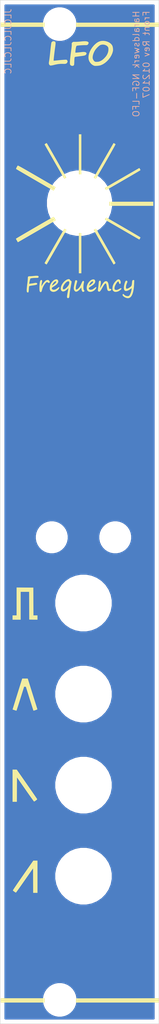
<source format=kicad_pcb>
(kicad_pcb (version 20171130) (host pcbnew "(5.1.10)-1")

  (general
    (thickness 1.6)
    (drawings 6)
    (tracks 0)
    (zones 0)
    (modules 10)
    (nets 1)
  )

  (page A4)
  (layers
    (0 F.Cu signal)
    (31 B.Cu signal)
    (32 B.Adhes user)
    (33 F.Adhes user)
    (34 B.Paste user)
    (35 F.Paste user)
    (36 B.SilkS user)
    (37 F.SilkS user)
    (38 B.Mask user)
    (39 F.Mask user)
    (40 Dwgs.User user hide)
    (41 Cmts.User user)
    (42 Eco1.User user)
    (43 Eco2.User user)
    (44 Edge.Cuts user)
    (45 Margin user)
    (46 B.CrtYd user)
    (47 F.CrtYd user)
    (48 B.Fab user)
    (49 F.Fab user)
  )

  (setup
    (last_trace_width 0.25)
    (trace_clearance 0.2)
    (zone_clearance 0.508)
    (zone_45_only no)
    (trace_min 0.2)
    (via_size 0.8)
    (via_drill 0.4)
    (via_min_size 0.4)
    (via_min_drill 0.3)
    (uvia_size 0.3)
    (uvia_drill 0.1)
    (uvias_allowed no)
    (uvia_min_size 0.2)
    (uvia_min_drill 0.1)
    (edge_width 0.05)
    (segment_width 0.2)
    (pcb_text_width 0.3)
    (pcb_text_size 1.5 1.5)
    (mod_edge_width 0.12)
    (mod_text_size 1 1)
    (mod_text_width 0.15)
    (pad_size 1.524 1.524)
    (pad_drill 0.762)
    (pad_to_mask_clearance 0)
    (aux_axis_origin 0 0)
    (visible_elements 7EFFFFFF)
    (pcbplotparams
      (layerselection 0x010f0_ffffffff)
      (usegerberextensions false)
      (usegerberattributes false)
      (usegerberadvancedattributes true)
      (creategerberjobfile false)
      (excludeedgelayer true)
      (linewidth 0.100000)
      (plotframeref false)
      (viasonmask false)
      (mode 1)
      (useauxorigin false)
      (hpglpennumber 1)
      (hpglpenspeed 20)
      (hpglpendiameter 15.000000)
      (psnegative false)
      (psa4output false)
      (plotreference true)
      (plotvalue true)
      (plotinvisibletext false)
      (padsonsilk false)
      (subtractmaskfromsilk false)
      (outputformat 1)
      (mirror false)
      (drillshape 0)
      (scaleselection 1)
      (outputdirectory "Gerber/"))
  )

  (net 0 "")

  (net_class Default "This is the default net class."
    (clearance 0.2)
    (trace_width 0.25)
    (via_dia 0.8)
    (via_drill 0.4)
    (uvia_dia 0.3)
    (uvia_drill 0.1)
  )

  (module "Haraldswerk NGF-E LFO Front:Bohrung_6.1mm" (layer F.Cu) (tedit 60E3EDE5) (tstamp 60F0329B)
    (at 10.5 109.97)
    (fp_text reference "" (at 0 0) (layer F.SilkS)
      (effects (font (size 1.27 1.27) (thickness 0.15)))
    )
    (fp_text value "" (at 0 0) (layer F.SilkS)
      (effects (font (size 1.27 1.27) (thickness 0.15)))
    )
    (pad "" np_thru_hole circle (at 0 0) (size 6.1 6.1) (drill 6.1) (layers *.Cu *.Mask))
  )

  (module "Haraldswerk NGF-E LFO Front:Bohrung_6.1mm" (layer F.Cu) (tedit 60E3EDE5) (tstamp 60F03282)
    (at 10.5 98.54)
    (fp_text reference "" (at 0 0) (layer F.SilkS)
      (effects (font (size 1.27 1.27) (thickness 0.15)))
    )
    (fp_text value "" (at 0 0) (layer F.SilkS)
      (effects (font (size 1.27 1.27) (thickness 0.15)))
    )
    (pad "" np_thru_hole circle (at 0 0) (size 6.1 6.1) (drill 6.1) (layers *.Cu *.Mask))
  )

  (module "Haraldswerk NGF-E LFO Front:Bohrung_6.1mm" (layer F.Cu) (tedit 60E3EDE5) (tstamp 60F03269)
    (at 10.5 87.11)
    (fp_text reference "" (at 0 0) (layer F.SilkS)
      (effects (font (size 1.27 1.27) (thickness 0.15)))
    )
    (fp_text value "" (at 0 0) (layer F.SilkS)
      (effects (font (size 1.27 1.27) (thickness 0.15)))
    )
    (pad "" np_thru_hole circle (at 0 0) (size 6.1 6.1) (drill 6.1) (layers *.Cu *.Mask))
  )

  (module "Haraldswerk NGF-E LFO Front:Bohrung_6.1mm" (layer F.Cu) (tedit 60E3EDE5) (tstamp 60F031EB)
    (at 10.5 75.68)
    (fp_text reference "" (at 0 0) (layer F.SilkS)
      (effects (font (size 1.27 1.27) (thickness 0.15)))
    )
    (fp_text value "" (at 0 0) (layer F.SilkS)
      (effects (font (size 1.27 1.27) (thickness 0.15)))
    )
    (pad "" np_thru_hole circle (at 0 0) (size 6.1 6.1) (drill 6.1) (layers *.Cu *.Mask))
  )

  (module "Haraldswerk NGF-E LFO Front:Bohrung_3.0mm" (layer F.Cu) (tedit 60E3EDE5) (tstamp 60F0322F)
    (at 14.5 67.425)
    (fp_text reference "" (at 0 0) (layer F.SilkS)
      (effects (font (size 1.27 1.27) (thickness 0.15)))
    )
    (fp_text value "" (at 0 0) (layer F.SilkS)
      (effects (font (size 1.27 1.27) (thickness 0.15)))
    )
    (pad "" np_thru_hole circle (at 0 0) (size 3 3) (drill 3) (layers *.Cu *.Mask))
  )

  (module "Haraldswerk NGF-E LFO Front:Bohrung_3.0mm" (layer F.Cu) (tedit 60E3EDE5) (tstamp 60F03208)
    (at 6.5 67.425)
    (fp_text reference "" (at 0 0) (layer F.SilkS)
      (effects (font (size 1.27 1.27) (thickness 0.15)))
    )
    (fp_text value "" (at 0 0) (layer F.SilkS)
      (effects (font (size 1.27 1.27) (thickness 0.15)))
    )
    (pad "" np_thru_hole circle (at 0 0) (size 3 3) (drill 3) (layers *.Cu *.Mask))
  )

  (module "Haraldswerk NGF-E LFO Front:Bohrung_7.2mm" (layer F.Cu) (tedit 60E3EDE5) (tstamp 60F031BB)
    (at 10 25.475)
    (fp_text reference "" (at 0 0) (layer F.SilkS)
      (effects (font (size 1.27 1.27) (thickness 0.15)))
    )
    (fp_text value "" (at 0 0) (layer F.SilkS)
      (effects (font (size 1.27 1.27) (thickness 0.15)))
    )
    (pad "" np_thru_hole circle (at 0 0) (size 7.2 7.2) (drill 7.2) (layers *.Cu *.Mask))
  )

  (module "Haraldswerk NGF-E LFO Front:Bohrung_3.2mm" (layer F.Cu) (tedit 60E3EDE5) (tstamp 60F0317F)
    (at 7.5 125.5)
    (fp_text reference "" (at 0 0) (layer F.SilkS)
      (effects (font (size 1.27 1.27) (thickness 0.15)))
    )
    (fp_text value "" (at 0 0) (layer F.SilkS)
      (effects (font (size 1.27 1.27) (thickness 0.15)))
    )
    (pad "" np_thru_hole circle (at 0 0) (size 3.2 3.2) (drill 3.2) (layers *.Cu *.Mask))
  )

  (module "Haraldswerk NGF-E LFO Front:Bohrung_3.2mm" (layer F.Cu) (tedit 60E3EDE5) (tstamp 60F03131)
    (at 7.5 3)
    (fp_text reference "" (at 0 0) (layer F.SilkS)
      (effects (font (size 1.27 1.27) (thickness 0.15)))
    )
    (fp_text value "" (at 0 0) (layer F.SilkS)
      (effects (font (size 1.27 1.27) (thickness 0.15)))
    )
    (pad "" np_thru_hole circle (at 0 0) (size 3.2 3.2) (drill 3.2) (layers *.Cu *.Mask))
  )

  (module Front:Front (layer F.Cu) (tedit 0) (tstamp 60F03024)
    (at 10 64.25)
    (fp_text reference G*** (at 0 0) (layer Dwgs.User) hide
      (effects (font (size 1.524 1.524) (thickness 0.3)))
    )
    (fp_text value LOGO (at 0.75 0) (layer Dwgs.User) hide
      (effects (font (size 1.524 1.524) (thickness 0.3)))
    )
    (fp_poly (pts (xy 10.018889 -60.903555) (xy -0.453674 -60.903555) (xy -0.445559 -61.164611) (xy -0.437444 -61.425666)
      (xy 4.790722 -61.432797) (xy 10.018889 -61.439927) (xy 10.018889 -60.903555)) (layer F.SilkS) (width 0.01))
    (fp_poly (pts (xy -4.402666 -60.903555) (xy -9.934222 -60.903555) (xy -9.934222 -61.439777) (xy -4.402666 -61.439777)
      (xy -4.402666 -60.903555)) (layer F.SilkS) (width 0.01))
    (fp_poly (pts (xy -3.155541 -59.074394) (xy -3.08905 -59.02806) (xy -3.059476 -58.994451) (xy -3.038646 -58.956453)
      (xy -3.026557 -58.906462) (xy -3.023205 -58.836879) (xy -3.028586 -58.740102) (xy -3.042698 -58.608528)
      (xy -3.065535 -58.434556) (xy -3.088682 -58.269606) (xy -3.116275 -58.069621) (xy -3.143941 -57.858339)
      (xy -3.170853 -57.64321) (xy -3.196181 -57.431685) (xy -3.219095 -57.231217) (xy -3.238767 -57.049256)
      (xy -3.254368 -56.893253) (xy -3.265067 -56.770659) (xy -3.270037 -56.688927) (xy -3.268448 -56.655506)
      (xy -3.268313 -56.65535) (xy -3.236567 -56.653038) (xy -3.1595 -56.656623) (xy -3.047842 -56.665365)
      (xy -2.912323 -56.678523) (xy -2.875896 -56.682425) (xy -2.597021 -56.711644) (xy -2.343328 -56.735842)
      (xy -2.120058 -56.754648) (xy -1.932455 -56.767691) (xy -1.785762 -56.774602) (xy -1.685222 -56.775011)
      (xy -1.639232 -56.769744) (xy -1.584853 -56.730144) (xy -1.537993 -56.659723) (xy -1.534248 -56.651219)
      (xy -1.510233 -56.580835) (xy -1.512517 -56.5247) (xy -1.54257 -56.452012) (xy -1.54388 -56.449327)
      (xy -1.600817 -56.360537) (xy -1.675649 -56.301174) (xy -1.777883 -56.267802) (xy -1.917026 -56.256984)
      (xy -2.061259 -56.262254) (xy -2.375205 -56.264306) (xy -2.711995 -56.23222) (xy -3.051327 -56.168245)
      (xy -3.160889 -56.140387) (xy -3.295805 -56.106627) (xy -3.428617 -56.078337) (xy -3.53796 -56.059891)
      (xy -3.572679 -56.056056) (xy -3.661294 -56.052379) (xy -3.717008 -56.064728) (xy -3.762811 -56.101277)
      (xy -3.791401 -56.133813) (xy -3.837708 -56.204001) (xy -3.861472 -56.284996) (xy -3.863588 -56.388794)
      (xy -3.844949 -56.52739) (xy -3.827432 -56.616811) (xy -3.815461 -56.688291) (xy -3.798873 -56.808126)
      (xy -3.778602 -56.968503) (xy -3.755583 -57.161607) (xy -3.73075 -57.379624) (xy -3.705038 -57.614738)
      (xy -3.682345 -57.830356) (xy -3.654852 -58.088428) (xy -3.628158 -58.32354) (xy -3.603028 -58.529834)
      (xy -3.580229 -58.701454) (xy -3.560527 -58.83254) (xy -3.544687 -58.917236) (xy -3.536552 -58.945256)
      (xy -3.469497 -59.031854) (xy -3.372403 -59.084322) (xy -3.26213 -59.099542) (xy -3.155541 -59.074394)) (layer F.SilkS) (width 0.01))
    (fp_poly (pts (xy 3.2152 -59.121305) (xy 3.448806 -59.062984) (xy 3.66599 -58.973134) (xy 3.857285 -58.855659)
      (xy 4.013227 -58.71446) (xy 4.122999 -58.556104) (xy 4.168009 -58.433499) (xy 4.20071 -58.277363)
      (xy 4.218315 -58.109804) (xy 4.218038 -57.952926) (xy 4.208699 -57.876156) (xy 4.13297 -57.599965)
      (xy 4.011538 -57.324257) (xy 3.851121 -57.056535) (xy 3.658437 -56.804301) (xy 3.440203 -56.575058)
      (xy 3.203138 -56.37631) (xy 2.953959 -56.21556) (xy 2.699384 -56.10031) (xy 2.588111 -56.066135)
      (xy 2.47078 -56.042353) (xy 2.329312 -56.023666) (xy 2.180674 -56.011228) (xy 2.041829 -56.006192)
      (xy 1.929744 -56.009712) (xy 1.876778 -56.017758) (xy 1.69142 -56.093261) (xy 1.517059 -56.217582)
      (xy 1.362098 -56.383153) (xy 1.234943 -56.582406) (xy 1.222684 -56.606729) (xy 1.152949 -56.810495)
      (xy 1.131539 -57.008845) (xy 1.647027 -57.008845) (xy 1.653273 -56.957377) (xy 1.695813 -56.822399)
      (xy 1.769067 -56.692088) (xy 1.859777 -56.588083) (xy 1.897254 -56.559171) (xy 1.952193 -56.528236)
      (xy 2.010953 -56.511149) (xy 2.090468 -56.505257) (xy 2.207674 -56.507907) (xy 2.220763 -56.508479)
      (xy 2.349152 -56.517706) (xy 2.450889 -56.536375) (xy 2.551128 -56.571097) (xy 2.672319 -56.627153)
      (xy 2.80643 -56.701039) (xy 2.929179 -56.7884) (xy 3.05853 -56.902717) (xy 3.121049 -56.963914)
      (xy 3.273429 -57.125975) (xy 3.38928 -57.274428) (xy 3.479665 -57.426016) (xy 3.555647 -57.597478)
      (xy 3.576498 -57.653118) (xy 3.619355 -57.807595) (xy 3.643284 -57.972884) (xy 3.647641 -58.132439)
      (xy 3.631786 -58.269712) (xy 3.603665 -58.353246) (xy 3.510625 -58.475272) (xy 3.377501 -58.572387)
      (xy 3.21631 -58.641396) (xy 3.039066 -58.679103) (xy 2.857787 -58.682313) (xy 2.684488 -58.64783)
      (xy 2.609231 -58.617701) (xy 2.50507 -58.552843) (xy 2.381433 -58.452562) (xy 2.250124 -58.328416)
      (xy 2.122952 -58.191965) (xy 2.011721 -58.054767) (xy 1.962519 -57.984556) (xy 1.850011 -57.788496)
      (xy 1.758448 -57.580404) (xy 1.691589 -57.372773) (xy 1.653196 -57.17809) (xy 1.647027 -57.008845)
      (xy 1.131539 -57.008845) (xy 1.12829 -57.038941) (xy 1.146672 -57.285657) (xy 1.206057 -57.544237)
      (xy 1.304411 -57.808272) (xy 1.439695 -58.071355) (xy 1.609875 -58.327078) (xy 1.812914 -58.569033)
      (xy 1.862667 -58.620667) (xy 2.070885 -58.812618) (xy 2.270502 -58.955976) (xy 2.470316 -59.055844)
      (xy 2.679122 -59.117326) (xy 2.736579 -59.127751) (xy 2.974636 -59.144195) (xy 3.2152 -59.121305)) (layer F.SilkS) (width 0.01))
    (fp_poly (pts (xy 0.788086 -59.092603) (xy 0.928198 -59.072282) (xy 1.013644 -59.042091) (xy 1.102088 -58.985355)
      (xy 1.140233 -58.92466) (xy 1.133593 -58.847605) (xy 1.118393 -58.806478) (xy 1.073019 -58.716984)
      (xy 1.019285 -58.6583) (xy 0.945226 -58.62492) (xy 0.83888 -58.611337) (xy 0.695504 -58.611804)
      (xy 0.55173 -58.612076) (xy 0.374014 -58.605911) (xy 0.180668 -58.594565) (xy -0.009997 -58.579295)
      (xy -0.179668 -58.561357) (xy -0.303219 -58.543265) (xy -0.360338 -58.526552) (xy -0.396381 -58.491974)
      (xy -0.424964 -58.423613) (xy -0.435912 -58.388135) (xy -0.457857 -58.298701) (xy -0.479686 -58.18352)
      (xy -0.499766 -58.055501) (xy -0.51646 -57.927553) (xy -0.528135 -57.812586) (xy -0.533156 -57.723508)
      (xy -0.529888 -57.673229) (xy -0.527134 -57.667726) (xy -0.500019 -57.662045) (xy -0.434064 -57.662744)
      (xy -0.326014 -57.670101) (xy -0.172614 -57.684396) (xy 0.029389 -57.705908) (xy 0.283249 -57.734914)
      (xy 0.352669 -57.743071) (xy 0.531791 -57.752332) (xy 0.67812 -57.736097) (xy 0.787418 -57.697067)
      (xy 0.855449 -57.637941) (xy 0.877975 -57.56142) (xy 0.850759 -57.470205) (xy 0.830843 -57.43834)
      (xy 0.78191 -57.384274) (xy 0.714382 -57.34185) (xy 0.619142 -57.307951) (xy 0.487074 -57.279462)
      (xy 0.309062 -57.253269) (xy 0.277798 -57.249341) (xy 0.022835 -57.217579) (xy -0.180517 -57.191637)
      (xy -0.336724 -57.170902) (xy -0.450253 -57.154762) (xy -0.525568 -57.142607) (xy -0.567136 -57.133824)
      (xy -0.568694 -57.133379) (xy -0.596205 -57.11832) (xy -0.617273 -57.086506) (xy -0.633084 -57.030673)
      (xy -0.644821 -56.943556) (xy -0.653668 -56.817891) (xy -0.660809 -56.646414) (xy -0.66387 -56.549369)
      (xy -0.66979 -56.379864) (xy -0.676742 -56.257734) (xy -0.685914 -56.173911) (xy -0.698496 -56.119325)
      (xy -0.715676 -56.084907) (xy -0.726401 -56.072389) (xy -0.815309 -56.020187) (xy -0.926619 -56.006818)
      (xy -1.035036 -56.032968) (xy -1.107317 -56.071585) (xy -1.158055 -56.118621) (xy -1.190214 -56.183618)
      (xy -1.206758 -56.276117) (xy -1.210652 -56.405659) (xy -1.204945 -56.579951) (xy -1.196174 -56.705999)
      (xy -1.180248 -56.876038) (xy -1.158496 -57.078255) (xy -1.132246 -57.300839) (xy -1.102829 -57.531977)
      (xy -1.074536 -57.73901) (xy -1.035074 -58.026898) (xy -1.005768 -58.262159) (xy -0.98633 -58.447636)
      (xy -0.976472 -58.586173) (xy -0.975905 -58.680614) (xy -0.977271 -58.698566) (xy -0.984261 -58.791677)
      (xy -0.977161 -58.850345) (xy -0.949668 -58.896028) (xy -0.90642 -58.939864) (xy -0.863967 -58.977703)
      (xy -0.824183 -59.001462) (xy -0.773207 -59.014089) (xy -0.697177 -59.018536) (xy -0.582232 -59.017751)
      (xy -0.54377 -59.017045) (xy -0.398887 -59.018679) (xy -0.223107 -59.027198) (xy -0.041356 -59.041125)
      (xy 0.084667 -59.054324) (xy 0.369241 -59.083586) (xy 0.60274 -59.096358) (xy 0.788086 -59.092603)) (layer F.SilkS) (width 0.01))
    (fp_poly (pts (xy 0.225778 -42.389777) (xy -0.084666 -42.389777) (xy -0.084666 -47.413333) (xy 0.225778 -47.413333)
      (xy 0.225778 -42.389777)) (layer F.SilkS) (width 0.01))
    (fp_poly (pts (xy 4.404811 -46.255128) (xy 4.477201 -46.211532) (xy 4.525393 -46.170177) (xy 4.533536 -46.157539)
      (xy 4.521994 -46.12802) (xy 4.484474 -46.054128) (xy 4.423432 -45.940138) (xy 4.341323 -45.79033)
      (xy 4.240605 -45.608979) (xy 4.123734 -45.400363) (xy 3.993165 -45.168758) (xy 3.851355 -44.918443)
      (xy 3.700761 -44.653693) (xy 3.543839 -44.378785) (xy 3.383045 -44.097998) (xy 3.220835 -43.815607)
      (xy 3.059666 -43.53589) (xy 2.901994 -43.263124) (xy 2.750276 -43.001586) (xy 2.606967 -42.755553)
      (xy 2.474523 -42.529302) (xy 2.355402 -42.32711) (xy 2.25206 -42.153254) (xy 2.166952 -42.012011)
      (xy 2.102536 -41.907658) (xy 2.061267 -41.844472) (xy 2.046111 -41.826316) (xy 2.007117 -41.839594)
      (xy 1.939429 -41.873898) (xy 1.89745 -41.89805) (xy 1.830672 -41.942805) (xy 1.792403 -41.977834)
      (xy 1.78853 -41.989505) (xy 1.804059 -42.016318) (xy 1.845723 -42.088439) (xy 1.911455 -42.202283)
      (xy 1.999185 -42.354265) (xy 2.106845 -42.540802) (xy 2.232365 -42.758307) (xy 2.373677 -43.003197)
      (xy 2.528713 -43.271886) (xy 2.695404 -43.56079) (xy 2.87168 -43.866325) (xy 3.004889 -44.097222)
      (xy 3.187619 -44.413882) (xy 3.362865 -44.717415) (xy 3.528492 -45.004133) (xy 3.682367 -45.27035)
      (xy 3.822354 -45.512378) (xy 3.94632 -45.726529) (xy 4.052131 -45.909117) (xy 4.137652 -46.056454)
      (xy 4.20075 -46.164852) (xy 4.239289 -46.230625) (xy 4.250523 -46.249348) (xy 4.291317 -46.313029)
      (xy 4.404811 -46.255128)) (layer F.SilkS) (width 0.01))
    (fp_poly (pts (xy -4.136055 -46.30904) (xy -4.115406 -46.277872) (xy -4.069774 -46.202522) (xy -4.001597 -46.087252)
      (xy -3.913307 -45.936323) (xy -3.807343 -45.754001) (xy -3.686137 -45.544546) (xy -3.552127 -45.312222)
      (xy -3.407747 -45.061292) (xy -3.255432 -44.796018) (xy -3.097619 -44.520663) (xy -2.936742 -44.239491)
      (xy -2.775237 -43.956763) (xy -2.61554 -43.676743) (xy -2.460085 -43.403693) (xy -2.311308 -43.141877)
      (xy -2.171645 -42.895557) (xy -2.04353 -42.668995) (xy -1.9294 -42.466455) (xy -1.831689 -42.292199)
      (xy -1.752834 -42.150491) (xy -1.695269 -42.045592) (xy -1.661429 -41.981766) (xy -1.653114 -41.963023)
      (xy -1.684952 -41.937317) (xy -1.747098 -41.899325) (xy -1.818673 -41.860543) (xy -1.878795 -41.832466)
      (xy -1.903225 -41.825333) (xy -1.927251 -41.846409) (xy -1.957573 -41.888833) (xy -1.98842 -41.940068)
      (xy -2.04339 -42.033534) (xy -2.120011 -42.164927) (xy -2.21581 -42.329944) (xy -2.328317 -42.524282)
      (xy -2.45506 -42.743639) (xy -2.593567 -42.983711) (xy -2.741367 -43.240196) (xy -2.895988 -43.508789)
      (xy -3.054959 -43.785189) (xy -3.215808 -44.065092) (xy -3.376063 -44.344195) (xy -3.533254 -44.618195)
      (xy -3.684908 -44.88279) (xy -3.828554 -45.133675) (xy -3.96172 -45.366549) (xy -4.081935 -45.577108)
      (xy -4.186727 -45.761049) (xy -4.273624 -45.914069) (xy -4.340156 -46.031864) (xy -4.38385 -46.110133)
      (xy -4.402235 -46.144572) (xy -4.402666 -46.145772) (xy -4.381102 -46.170564) (xy -4.327758 -46.209727)
      (xy -4.259659 -46.252837) (xy -4.193827 -46.289468) (xy -4.147286 -46.309196) (xy -4.136055 -46.30904)) (layer F.SilkS) (width 0.01))
    (fp_poly (pts (xy 7.555521 -43.157411) (xy 7.593343 -43.099615) (xy 7.61971 -43.053531) (xy 7.661244 -42.963816)
      (xy 7.666872 -42.910303) (xy 7.659245 -42.897511) (xy 7.630461 -42.878811) (xy 7.557284 -42.834677)
      (xy 7.444 -42.767585) (xy 7.294898 -42.680007) (xy 7.114263 -42.574421) (xy 6.906383 -42.453298)
      (xy 6.675544 -42.319116) (xy 6.426034 -42.174347) (xy 6.162139 -42.021466) (xy 5.888146 -41.862949)
      (xy 5.608343 -41.701269) (xy 5.327016 -41.538902) (xy 5.048452 -41.378321) (xy 4.776938 -41.222002)
      (xy 4.516761 -41.072418) (xy 4.272208 -40.932045) (xy 4.047565 -40.803357) (xy 3.847121 -40.688829)
      (xy 3.675161 -40.590935) (xy 3.535973 -40.51215) (xy 3.433843 -40.454948) (xy 3.373059 -40.421805)
      (xy 3.357221 -40.414222) (xy 3.332201 -40.436809) (xy 3.291731 -40.494819) (xy 3.261668 -40.545514)
      (xy 3.222127 -40.619723) (xy 3.19875 -40.670451) (xy 3.195755 -40.683803) (xy 3.222426 -40.700185)
      (xy 3.293623 -40.742096) (xy 3.405088 -40.807087) (xy 3.552564 -40.892707) (xy 3.731792 -40.996505)
      (xy 3.938514 -41.116031) (xy 4.168472 -41.248835) (xy 4.417409 -41.392466) (xy 4.681066 -41.544474)
      (xy 4.955185 -41.702408) (xy 5.235508 -41.863819) (xy 5.517778 -42.026255) (xy 5.797735 -42.187267)
      (xy 6.071123 -42.344404) (xy 6.333682 -42.495215) (xy 6.581156 -42.63725) (xy 6.809286 -42.76806)
      (xy 7.013814 -42.885192) (xy 7.190482 -42.986198) (xy 7.335032 -43.068626) (xy 7.443205 -43.130027)
      (xy 7.510745 -43.167949) (xy 7.533372 -43.18) (xy 7.555521 -43.157411)) (layer F.SilkS) (width 0.01))
    (fp_poly (pts (xy -7.745759 -43.477823) (xy -7.690167 -43.453027) (xy -7.610035 -43.413094) (xy -7.502928 -43.356672)
      (xy -7.366415 -43.282413) (xy -7.19806 -43.188967) (xy -6.995432 -43.074983) (xy -6.756095 -42.939112)
      (xy -6.477617 -42.780004) (xy -6.157564 -42.596308) (xy -5.793502 -42.386676) (xy -5.414521 -42.167963)
      (xy -5.079072 -41.974187) (xy -4.757178 -41.788192) (xy -4.452243 -41.611948) (xy -4.167669 -41.447425)
      (xy -3.906861 -41.296592) (xy -3.673222 -41.161418) (xy -3.470156 -41.043873) (xy -3.301066 -40.945925)
      (xy -3.169355 -40.869545) (xy -3.078427 -40.816701) (xy -3.031687 -40.789363) (xy -3.026221 -40.786073)
      (xy -3.015163 -40.761278) (xy -3.028245 -40.710366) (xy -3.068222 -40.62555) (xy -3.110888 -40.546842)
      (xy -3.167921 -40.450035) (xy -3.217472 -40.375686) (xy -3.251726 -40.335135) (xy -3.259666 -40.33091)
      (xy -3.287622 -40.344755) (xy -3.361021 -40.384957) (xy -3.47647 -40.449579) (xy -3.630573 -40.536682)
      (xy -3.819936 -40.644326) (xy -4.041162 -40.770574) (xy -4.290857 -40.913487) (xy -4.565627 -41.071125)
      (xy -4.862075 -41.241552) (xy -5.176807 -41.422827) (xy -5.506428 -41.613013) (xy -5.626094 -41.682139)
      (xy -5.960385 -41.875429) (xy -6.280986 -42.061048) (xy -6.584494 -42.237011) (xy -6.867507 -42.401334)
      (xy -7.126621 -42.552035) (xy -7.358434 -42.687129) (xy -7.559544 -42.804633) (xy -7.726549 -42.902563)
      (xy -7.856045 -42.978935) (xy -7.94463 -43.031766) (xy -7.988902 -43.059073) (xy -7.993287 -43.06222)
      (xy -7.994042 -43.099587) (xy -7.96814 -43.173237) (xy -7.920523 -43.272678) (xy -7.85613 -43.38742)
      (xy -7.793056 -43.487402) (xy -7.779244 -43.488831) (xy -7.745759 -43.477823)) (layer F.SilkS) (width 0.01))
    (fp_poly (pts (xy 9.285111 -38.438666) (xy 3.753556 -38.438666) (xy 3.753556 -38.946666) (xy 9.285111 -38.946666)
      (xy 9.285111 -38.438666)) (layer F.SilkS) (width 0.01))
    (fp_poly (pts (xy 3.409259 -36.949597) (xy 3.486378 -36.908018) (xy 3.60307 -36.843187) (xy 3.755066 -36.757578)
      (xy 3.938098 -36.653665) (xy 4.147898 -36.533921) (xy 4.380198 -36.400821) (xy 4.630729 -36.256839)
      (xy 4.895223 -36.104448) (xy 5.169412 -35.946122) (xy 5.449028 -35.784335) (xy 5.729801 -35.621562)
      (xy 6.007464 -35.460275) (xy 6.277749 -35.302948) (xy 6.536387 -35.152056) (xy 6.779109 -35.010073)
      (xy 7.001649 -34.879472) (xy 7.199736 -34.762727) (xy 7.369104 -34.662312) (xy 7.505483 -34.580701)
      (xy 7.604605 -34.520368) (xy 7.662203 -34.483786) (xy 7.675583 -34.473444) (xy 7.664279 -34.434373)
      (xy 7.635299 -34.369879) (xy 7.598235 -34.298269) (xy 7.562679 -34.237848) (xy 7.538225 -34.206922)
      (xy 7.535382 -34.205889) (xy 7.509399 -34.219779) (xy 7.43809 -34.259931) (xy 7.324975 -34.324324)
      (xy 7.173574 -34.410933) (xy 6.987406 -34.517736) (xy 6.769993 -34.642709) (xy 6.524853 -34.78383)
      (xy 6.255506 -34.939075) (xy 5.965473 -35.106422) (xy 5.658272 -35.283846) (xy 5.376334 -35.446824)
      (xy 5.056601 -35.631664) (xy 4.750713 -35.808382) (xy 4.462215 -35.974937) (xy 4.194653 -36.129287)
      (xy 3.951571 -36.269392) (xy 3.736516 -36.393209) (xy 3.553033 -36.498698) (xy 3.404667 -36.583817)
      (xy 3.294963 -36.646525) (xy 3.227467 -36.684779) (xy 3.205824 -36.696587) (xy 3.201681 -36.723226)
      (xy 3.223815 -36.777746) (xy 3.262407 -36.844634) (xy 3.307641 -36.908377) (xy 3.349696 -36.953461)
      (xy 3.375982 -36.965451) (xy 3.409259 -36.949597)) (layer F.SilkS) (width 0.01))
    (fp_poly (pts (xy -3.23666 -37.028314) (xy -3.180318 -36.957382) (xy -3.109454 -36.841979) (xy -3.055967 -36.745268)
      (xy -3.01662 -36.669262) (xy -2.997265 -36.625496) (xy -2.996565 -36.619444) (xy -3.022449 -36.603961)
      (xy -3.093064 -36.56273) (xy -3.204361 -36.498085) (xy -3.352291 -36.412363) (xy -3.532807 -36.307897)
      (xy -3.74186 -36.187022) (xy -3.975402 -36.052072) (xy -4.229383 -35.905383) (xy -4.499757 -35.749289)
      (xy -4.782474 -35.586125) (xy -5.073486 -35.418225) (xy -5.368744 -35.247925) (xy -5.664201 -35.077558)
      (xy -5.955808 -34.90946) (xy -6.239516 -34.745965) (xy -6.511277 -34.589407) (xy -6.767042 -34.442123)
      (xy -7.002764 -34.306445) (xy -7.214394 -34.18471) (xy -7.397883 -34.079251) (xy -7.549183 -33.992403)
      (xy -7.664246 -33.926502) (xy -7.739023 -33.883881) (xy -7.769465 -33.866875) (xy -7.769949 -33.866666)
      (xy -7.786576 -33.889399) (xy -7.823899 -33.950041) (xy -7.875028 -34.037258) (xy -7.896607 -34.074949)
      (xy -7.9506 -34.172684) (xy -7.991554 -34.252222) (xy -8.012898 -34.300588) (xy -8.014519 -34.307783)
      (xy -7.990621 -34.324878) (xy -7.921807 -34.367668) (xy -7.812141 -34.4338) (xy -7.665691 -34.520922)
      (xy -7.486524 -34.626683) (xy -7.278704 -34.74873) (xy -7.0463 -34.884711) (xy -6.793376 -35.032274)
      (xy -6.524 -35.189068) (xy -6.242238 -35.35274) (xy -5.952157 -35.520939) (xy -5.657822 -35.691312)
      (xy -5.3633 -35.861508) (xy -5.072658 -36.029174) (xy -4.789962 -36.191958) (xy -4.519278 -36.34751)
      (xy -4.264673 -36.493475) (xy -4.030212 -36.627503) (xy -3.819963 -36.747242) (xy -3.637992 -36.850339)
      (xy -3.488366 -36.934443) (xy -3.375149 -36.997202) (xy -3.30241 -37.036263) (xy -3.27474 -37.049248)
      (xy -3.23666 -37.028314)) (layer F.SilkS) (width 0.01))
    (fp_poly (pts (xy 2.069459 -35.55935) (xy 2.090122 -35.527981) (xy 2.135902 -35.452263) (xy 2.204328 -35.336513)
      (xy 2.292931 -35.185047) (xy 2.399242 -35.002184) (xy 2.520792 -34.79224) (xy 2.65511 -34.559532)
      (xy 2.799728 -34.308377) (xy 2.952177 -34.043092) (xy 3.109986 -33.767995) (xy 3.270687 -33.487402)
      (xy 3.43181 -33.205631) (xy 3.590886 -32.926998) (xy 3.745446 -32.655821) (xy 3.893019 -32.396417)
      (xy 4.031137 -32.153102) (xy 4.15733 -31.930195) (xy 4.269129 -31.732012) (xy 4.364065 -31.562869)
      (xy 4.439667 -31.427085) (xy 4.493468 -31.328977) (xy 4.522997 -31.27286) (xy 4.528036 -31.261158)
      (xy 4.504448 -31.212589) (xy 4.437985 -31.156102) (xy 4.412706 -31.14011) (xy 4.295746 -31.070459)
      (xy 4.238731 -31.163285) (xy 4.205445 -31.21897) (xy 4.148196 -31.316471) (xy 4.06947 -31.451472)
      (xy 3.97175 -31.619659) (xy 3.857522 -31.816718) (xy 3.729268 -32.038335) (xy 3.589474 -32.280195)
      (xy 3.440624 -32.537985) (xy 3.285202 -32.80739) (xy 3.125692 -33.084096) (xy 2.964578 -33.363788)
      (xy 2.804345 -33.642152) (xy 2.647478 -33.914875) (xy 2.496459 -34.177641) (xy 2.353774 -34.426136)
      (xy 2.221907 -34.656047) (xy 2.103342 -34.863059) (xy 2.000564 -35.042858) (xy 1.916056 -35.191129)
      (xy 1.852303 -35.303559) (xy 1.811789 -35.375832) (xy 1.796998 -35.403635) (xy 1.796983 -35.403703)
      (xy 1.816663 -35.429566) (xy 1.869885 -35.468182) (xy 1.93922 -35.509596) (xy 2.007237 -35.54385)
      (xy 2.056506 -35.560989) (xy 2.069459 -35.55935)) (layer F.SilkS) (width 0.01))
    (fp_poly (pts (xy -1.860866 -35.545892) (xy -1.793013 -35.515757) (xy -1.76501 -35.501158) (xy -1.681891 -35.448744)
      (xy -1.650803 -35.406254) (xy -1.652382 -35.391114) (xy -1.669753 -35.357865) (xy -1.712627 -35.280808)
      (xy -1.778544 -35.164198) (xy -1.865045 -35.012287) (xy -1.969672 -34.829327) (xy -2.089963 -34.619574)
      (xy -2.22346 -34.387278) (xy -2.367704 -34.136694) (xy -2.520234 -33.872073) (xy -2.678592 -33.597671)
      (xy -2.840319 -33.317738) (xy -3.002953 -33.036529) (xy -3.164037 -32.758295) (xy -3.321111 -32.487292)
      (xy -3.471715 -32.22777) (xy -3.61339 -31.983984) (xy -3.743676 -31.760186) (xy -3.860114 -31.560629)
      (xy -3.960245 -31.389567) (xy -4.041609 -31.251252) (xy -4.101747 -31.149938) (xy -4.138199 -31.089876)
      (xy -4.148666 -31.074387) (xy -4.178969 -31.088024) (xy -4.240562 -31.122262) (xy -4.282722 -31.147189)
      (xy -4.351974 -31.193515) (xy -4.395303 -31.231295) (xy -4.402666 -31.24425) (xy -4.388897 -31.272233)
      (xy -4.349243 -31.344714) (xy -4.286184 -31.457392) (xy -4.202203 -31.605966) (xy -4.099778 -31.786135)
      (xy -3.981392 -31.993597) (xy -3.849525 -32.224053) (xy -3.706658 -32.473199) (xy -3.555271 -32.736737)
      (xy -3.397846 -33.010364) (xy -3.236863 -33.289779) (xy -3.074804 -33.570682) (xy -2.914148 -33.848771)
      (xy -2.757376 -34.119744) (xy -2.60697 -34.379302) (xy -2.465411 -34.623143) (xy -2.335178 -34.846966)
      (xy -2.218753 -35.04647) (xy -2.118617 -35.217354) (xy -2.03725 -35.355316) (xy -1.977133 -35.456055)
      (xy -1.940747 -35.515272) (xy -1.931071 -35.529381) (xy -1.901584 -35.549532) (xy -1.860866 -35.545892)) (layer F.SilkS) (width 0.01))
    (fp_poly (pts (xy 0.225778 -29.972) (xy -0.084666 -29.972) (xy -0.084666 -35.023777) (xy 0.225778 -35.023777)
      (xy 0.225778 -29.972)) (layer F.SilkS) (width 0.01))
    (fp_poly (pts (xy 2.632461 -29.017947) (xy 2.67128 -28.949036) (xy 2.685697 -28.832802) (xy 2.675809 -28.668116)
      (xy 2.641716 -28.453847) (xy 2.626804 -28.379832) (xy 2.603136 -28.26188) (xy 2.585993 -28.166511)
      (xy 2.577434 -28.105838) (xy 2.577602 -28.090546) (xy 2.594171 -28.109978) (xy 2.632746 -28.169846)
      (xy 2.687863 -28.261281) (xy 2.754056 -28.37541) (xy 2.765698 -28.395869) (xy 2.890587 -28.603319)
      (xy 3.002302 -28.760807) (xy 3.104395 -28.87228) (xy 3.200418 -28.941685) (xy 3.28337 -28.97122)
      (xy 3.398103 -28.970396) (xy 3.492905 -28.92044) (xy 3.568666 -28.820148) (xy 3.626271 -28.668314)
      (xy 3.66661 -28.463732) (xy 3.668732 -28.448) (xy 3.687064 -28.321554) (xy 3.707243 -28.202483)
      (xy 3.725493 -28.112695) (xy 3.72891 -28.098909) (xy 3.750862 -28.029376) (xy 3.778586 -28.001463)
      (xy 3.829517 -28.001565) (xy 3.849695 -28.00466) (xy 3.944269 -28.007788) (xy 3.993737 -27.978174)
      (xy 3.999803 -27.914623) (xy 3.996856 -27.901209) (xy 3.952981 -27.829985) (xy 3.872909 -27.777091)
      (xy 3.77461 -27.7472) (xy 3.676055 -27.744986) (xy 3.595215 -27.775121) (xy 3.57645 -27.791885)
      (xy 3.53562 -27.84805) (xy 3.504067 -27.921215) (xy 3.478522 -28.022716) (xy 3.455718 -28.163889)
      (xy 3.444878 -28.248312) (xy 3.414746 -28.443562) (xy 3.378514 -28.584701) (xy 3.336421 -28.671049)
      (xy 3.288703 -28.701924) (xy 3.28608 -28.702) (xy 3.227491 -28.677461) (xy 3.152681 -28.603215)
      (xy 3.060927 -28.478312) (xy 2.951507 -28.301806) (xy 2.866839 -28.15218) (xy 2.790942 -28.018081)
      (xy 2.718249 -27.896662) (xy 2.655818 -27.799241) (xy 2.610706 -27.737135) (xy 2.601935 -27.727409)
      (xy 2.516051 -27.669616) (xy 2.431831 -27.665084) (xy 2.35709 -27.713632) (xy 2.336365 -27.740087)
      (xy 2.32413 -27.771324) (xy 2.320235 -27.818087) (xy 2.324532 -27.891122) (xy 2.336869 -28.001175)
      (xy 2.35148 -28.115798) (xy 2.371401 -28.279228) (xy 2.390145 -28.450482) (xy 2.405293 -28.606504)
      (xy 2.412936 -28.701072) (xy 2.430371 -28.8555) (xy 2.459326 -28.959807) (xy 2.50238 -29.019603)
      (xy 2.562115 -29.0405) (xy 2.569141 -29.040666) (xy 2.632461 -29.017947)) (layer F.SilkS) (width 0.01))
    (fp_poly (pts (xy 4.976531 -29.191681) (xy 5.012641 -29.176744) (xy 5.091511 -29.112587) (xy 5.150238 -29.017071)
      (xy 5.185041 -28.906118) (xy 5.192142 -28.795654) (xy 5.167759 -28.701602) (xy 5.135566 -28.658871)
      (xy 5.089518 -28.624983) (xy 5.056224 -28.631152) (xy 5.036731 -28.648507) (xy 5.003496 -28.700539)
      (xy 4.969661 -28.781538) (xy 4.959378 -28.813809) (xy 4.931363 -28.890378) (xy 4.902244 -28.939964)
      (xy 4.891534 -28.948266) (xy 4.839743 -28.937741) (xy 4.77356 -28.884133) (xy 4.699001 -28.796986)
      (xy 4.622081 -28.685846) (xy 4.548815 -28.560254) (xy 4.48522 -28.429757) (xy 4.437311 -28.303897)
      (xy 4.411104 -28.192218) (xy 4.410168 -28.184564) (xy 4.403601 -28.055752) (xy 4.421423 -27.968907)
      (xy 4.468042 -27.913203) (xy 4.533273 -27.882365) (xy 4.638585 -27.865715) (xy 4.756828 -27.884519)
      (xy 4.8968 -27.941135) (xy 5.031596 -28.015999) (xy 5.145987 -28.076237) (xy 5.223594 -28.095718)
      (xy 5.266591 -28.074526) (xy 5.277556 -28.025494) (xy 5.253971 -27.975566) (xy 5.191191 -27.910449)
      (xy 5.101175 -27.838808) (xy 4.995882 -27.76931) (xy 4.887274 -27.710619) (xy 4.789941 -27.672176)
      (xy 4.632463 -27.638458) (xy 4.496591 -27.634876) (xy 4.430889 -27.647958) (xy 4.308179 -27.705052)
      (xy 4.221758 -27.788728) (xy 4.201205 -27.81932) (xy 4.170467 -27.879367) (xy 4.154291 -27.945494)
      (xy 4.149892 -28.035733) (xy 4.152781 -28.133008) (xy 4.191917 -28.375269) (xy 4.286364 -28.61045)
      (xy 4.435235 -28.836733) (xy 4.570072 -28.987582) (xy 4.695635 -29.103029) (xy 4.800055 -29.173314)
      (xy 4.891099 -29.201759) (xy 4.976531 -29.191681)) (layer F.SilkS) (width 0.01))
    (fp_poly (pts (xy 1.850574 -29.178389) (xy 1.924877 -29.117843) (xy 1.967288 -29.020165) (xy 1.974658 -28.947543)
      (xy 1.958192 -28.832667) (xy 1.904271 -28.720269) (xy 1.809068 -28.606059) (xy 1.668752 -28.485753)
      (xy 1.479495 -28.355063) (xy 1.402465 -28.30698) (xy 1.275949 -28.225181) (xy 1.196273 -28.159668)
      (xy 1.159164 -28.102787) (xy 1.160346 -28.046882) (xy 1.195544 -27.984298) (xy 1.211109 -27.964293)
      (xy 1.254189 -27.923743) (xy 1.310553 -27.904243) (xy 1.400195 -27.899472) (xy 1.41572 -27.899609)
      (xy 1.52413 -27.908701) (xy 1.622834 -27.93724) (xy 1.725825 -27.991685) (xy 1.847092 -28.078497)
      (xy 1.907361 -28.126586) (xy 2.004894 -28.199575) (xy 2.067827 -28.231052) (xy 2.094954 -28.227001)
      (xy 2.113912 -28.171841) (xy 2.092052 -28.095537) (xy 2.036672 -28.006452) (xy 1.955071 -27.912952)
      (xy 1.854547 -27.8234) (xy 1.742398 -27.746161) (xy 1.626107 -27.689669) (xy 1.455889 -27.641497)
      (xy 1.306948 -27.636082) (xy 1.163854 -27.673302) (xy 1.134727 -27.685785) (xy 1.026235 -27.763753)
      (xy 0.952035 -27.878135) (xy 0.911506 -28.020995) (xy 0.904026 -28.184395) (xy 0.928973 -28.360401)
      (xy 0.954881 -28.442883) (xy 1.198109 -28.442883) (xy 1.200017 -28.419794) (xy 1.200422 -28.419777)
      (xy 1.230681 -28.433855) (xy 1.293751 -28.470534) (xy 1.365648 -28.515335) (xy 1.507672 -28.616652)
      (xy 1.617497 -28.716467) (xy 1.68905 -28.808137) (xy 1.716257 -28.885024) (xy 1.715825 -28.898194)
      (xy 1.698191 -28.951567) (xy 1.652682 -28.963844) (xy 1.640974 -28.962862) (xy 1.540157 -28.926827)
      (xy 1.435625 -28.845393) (xy 1.34681 -28.738879) (xy 1.298995 -28.662259) (xy 1.254003 -28.578078)
      (xy 1.218239 -28.500299) (xy 1.198109 -28.442883) (xy 0.954881 -28.442883) (xy 0.985725 -28.541074)
      (xy 1.07366 -28.718479) (xy 1.192157 -28.88468) (xy 1.232193 -28.929696) (xy 1.366735 -29.052428)
      (xy 1.502459 -29.138822) (xy 1.63275 -29.188719) (xy 1.750993 -29.201961) (xy 1.850574 -29.178389)) (layer F.SilkS) (width 0.01))
    (fp_poly (pts (xy -0.397915 -29.087765) (xy -0.329726 -29.046186) (xy -0.325401 -29.0416) (xy -0.305116 -29.015747)
      (xy -0.295191 -28.986443) (xy -0.297046 -28.943228) (xy -0.312097 -28.875641) (xy -0.341764 -28.773221)
      (xy -0.377471 -28.657579) (xy -0.431479 -28.460651) (xy -0.466612 -28.281192) (xy -0.481918 -28.128066)
      (xy -0.476445 -28.010135) (xy -0.454152 -27.943235) (xy -0.40836 -27.91696) (xy -0.337327 -27.931136)
      (xy -0.248861 -27.980458) (xy -0.150767 -28.059617) (xy -0.050851 -28.163307) (xy 0.03683 -28.277052)
      (xy 0.088402 -28.363021) (xy 0.149333 -28.480951) (xy 0.209069 -28.609988) (xy 0.228579 -28.655943)
      (xy 0.302311 -28.822908) (xy 0.363994 -28.936616) (xy 0.414638 -28.998726) (xy 0.445885 -29.012444)
      (xy 0.484678 -28.997361) (xy 0.522722 -28.973154) (xy 0.547548 -28.952244) (xy 0.560429 -28.926441)
      (xy 0.561467 -28.883503) (xy 0.550762 -28.811188) (xy 0.528417 -28.697251) (xy 0.525147 -28.681129)
      (xy 0.495068 -28.491878) (xy 0.480939 -28.307541) (xy 0.482343 -28.138854) (xy 0.498864 -27.996549)
      (xy 0.530087 -27.891362) (xy 0.557389 -27.848695) (xy 0.609172 -27.780879) (xy 0.613141 -27.729627)
      (xy 0.569357 -27.681597) (xy 0.558165 -27.673489) (xy 0.470988 -27.633445) (xy 0.397158 -27.647033)
      (xy 0.359116 -27.678996) (xy 0.308224 -27.754663) (xy 0.27167 -27.858768) (xy 0.245179 -28.004162)
      (xy 0.241554 -28.032394) (xy 0.221548 -28.195344) (xy 0.103633 -28.043492) (xy -0.035908 -27.884184)
      (xy -0.175039 -27.763782) (xy -0.307421 -27.686835) (xy -0.426719 -27.657889) (xy -0.433877 -27.657777)
      (xy -0.529129 -27.683976) (xy -0.611921 -27.755198) (xy -0.676177 -27.860386) (xy -0.715821 -27.988481)
      (xy -0.724777 -28.128425) (xy -0.719597 -28.177763) (xy -0.698378 -28.305901) (xy -0.671528 -28.451169)
      (xy -0.641432 -28.602483) (xy -0.610478 -28.74876) (xy -0.581053 -28.878914) (xy -0.555542 -28.981862)
      (xy -0.536332 -29.046519) (xy -0.529246 -29.061833) (xy -0.472023 -29.093735) (xy -0.397915 -29.087765)) (layer F.SilkS) (width 0.01))
    (fp_poly (pts (xy -2.866482 -29.198894) (xy -2.767856 -29.14748) (xy -2.702105 -29.059343) (xy -2.681111 -28.961999)
      (xy -2.699683 -28.839295) (xy -2.757786 -28.719578) (xy -2.859001 -28.598757) (xy -3.006906 -28.472739)
      (xy -3.205084 -28.337434) (xy -3.254202 -28.30698) (xy -3.367296 -28.236017) (xy -3.439686 -28.184381)
      (xy -3.480027 -28.144022) (xy -3.496975 -28.106889) (xy -3.499555 -28.078795) (xy -3.474674 -27.989089)
      (xy -3.4063 -27.925142) (xy -3.303833 -27.893016) (xy -3.211795 -27.893269) (xy -3.102787 -27.913452)
      (xy -3.002655 -27.951368) (xy -2.896364 -28.014602) (xy -2.768878 -28.11074) (xy -2.749306 -28.126586)
      (xy -2.651772 -28.199575) (xy -2.58884 -28.231052) (xy -2.561712 -28.227001) (xy -2.543305 -28.172369)
      (xy -2.565609 -28.096449) (xy -2.621294 -28.00758) (xy -2.70303 -27.914104) (xy -2.803485 -27.824361)
      (xy -2.91533 -27.746692) (xy -3.031233 -27.689437) (xy -3.035648 -27.687765) (xy -3.204695 -27.640289)
      (xy -3.351633 -27.636252) (xy -3.490581 -27.675805) (xy -3.526765 -27.693055) (xy -3.630893 -27.760738)
      (xy -3.699358 -27.844255) (xy -3.736975 -27.954393) (xy -3.74856 -28.101938) (xy -3.74648 -28.185207)
      (xy -3.736347 -28.318311) (xy -3.715888 -28.423458) (xy -3.706516 -28.449299) (xy -3.467546 -28.449299)
      (xy -3.462866 -28.423411) (xy -3.42178 -28.436198) (xy -3.341885 -28.484452) (xy -3.292671 -28.516855)
      (xy -3.155015 -28.618019) (xy -3.046056 -28.717369) (xy -2.972259 -28.807826) (xy -2.94009 -28.88231)
      (xy -2.939849 -28.903212) (xy -2.965918 -28.955672) (xy -3.017891 -28.967244) (xy -3.088325 -28.942577)
      (xy -3.169776 -28.886322) (xy -3.254801 -28.80313) (xy -3.335954 -28.69765) (xy -3.377291 -28.629938)
      (xy -3.438221 -28.517071) (xy -3.467546 -28.449299) (xy -3.706516 -28.449299) (xy -3.678021 -28.527866)
      (xy -3.631633 -28.626734) (xy -3.530302 -28.796645) (xy -3.408329 -28.944995) (xy -3.273844 -29.065706)
      (xy -3.134977 -29.152699) (xy -2.999859 -29.199893) (xy -2.876618 -29.20121) (xy -2.866482 -29.198894)) (layer F.SilkS) (width 0.01))
    (fp_poly (pts (xy -3.935732 -29.109647) (xy -3.837356 -29.044136) (xy -3.836051 -29.042837) (xy -3.774141 -28.956526)
      (xy -3.754711 -28.871117) (xy -3.780373 -28.800059) (xy -3.787422 -28.792311) (xy -3.854302 -28.76085)
      (xy -3.932885 -28.772224) (xy -3.993444 -28.814889) (xy -4.045933 -28.857418) (xy -4.085184 -28.871333)
      (xy -4.156855 -28.846833) (xy -4.246185 -28.777252) (xy -4.346563 -28.668467) (xy -4.416588 -28.576738)
      (xy -4.567379 -28.334909) (xy -4.672123 -28.092224) (xy -4.729497 -27.878708) (xy -4.769787 -27.731688)
      (xy -4.819291 -27.639699) (xy -4.878694 -27.601977) (xy -4.948681 -27.617758) (xy -4.95829 -27.623506)
      (xy -4.992106 -27.663857) (xy -5.02179 -27.723689) (xy -5.036854 -27.79671) (xy -5.046412 -27.914178)
      (xy -5.050492 -28.064369) (xy -5.049124 -28.235557) (xy -5.042334 -28.416018) (xy -5.030153 -28.594027)
      (xy -5.019403 -28.702461) (xy -4.993692 -28.877012) (xy -4.960617 -29.000581) (xy -4.917425 -29.078443)
      (xy -4.861364 -29.115871) (xy -4.801559 -29.119836) (xy -4.752444 -29.102833) (xy -4.724895 -29.060769)
      (xy -4.717946 -28.986128) (xy -4.730632 -28.871394) (xy -4.753803 -28.747941) (xy -4.775537 -28.627964)
      (xy -4.790991 -28.51436) (xy -4.796966 -28.430858) (xy -4.796959 -28.428023) (xy -4.796141 -28.321)
      (xy -4.691663 -28.516932) (xy -4.610041 -28.650895) (xy -4.510486 -28.785472) (xy -4.403388 -28.908965)
      (xy -4.29914 -29.00968) (xy -4.208131 -29.075921) (xy -4.184851 -29.08737) (xy -4.049809 -29.123834)
      (xy -3.935732 -29.109647)) (layer F.SilkS) (width 0.01))
    (fp_poly (pts (xy -5.271454 -29.64312) (xy -5.204858 -29.618581) (xy -5.171542 -29.578285) (xy -5.165099 -29.538187)
      (xy -5.169794 -29.480316) (xy -5.188713 -29.440222) (xy -5.230568 -29.414604) (xy -5.304072 -29.400161)
      (xy -5.417938 -29.393593) (xy -5.551623 -29.391742) (xy -5.702111 -29.387867) (xy -5.849583 -29.378888)
      (xy -5.974761 -29.366249) (xy -6.043908 -29.354912) (xy -6.203482 -29.320009) (xy -6.259956 -29.102727)
      (xy -6.290115 -28.979469) (xy -6.316337 -28.859588) (xy -6.333256 -28.767718) (xy -6.333965 -28.762892)
      (xy -6.351501 -28.64034) (xy -6.244917 -28.655882) (xy -6.152726 -28.668458) (xy -6.038952 -28.682844)
      (xy -5.983111 -28.689522) (xy -5.862705 -28.707015) (xy -5.727736 -28.731563) (xy -5.659937 -28.745964)
      (xy -5.516976 -28.765328) (xy -5.414438 -28.749554) (xy -5.354187 -28.699175) (xy -5.339326 -28.65413)
      (xy -5.343407 -28.607158) (xy -5.374374 -28.56825) (xy -5.438128 -28.535185) (xy -5.540569 -28.505742)
      (xy -5.687594 -28.4777) (xy -5.884317 -28.448943) (xy -6.034211 -28.426909) (xy -6.165479 -28.403852)
      (xy -6.267284 -28.381963) (xy -6.328789 -28.363433) (xy -6.340496 -28.35671) (xy -6.359208 -28.309507)
      (xy -6.375754 -28.209645) (xy -6.38961 -28.060887) (xy -6.395892 -27.959625) (xy -6.407024 -27.791236)
      (xy -6.421491 -27.673122) (xy -6.442265 -27.599116) (xy -6.472319 -27.56305) (xy -6.514626 -27.558757)
      (xy -6.57216 -27.580067) (xy -6.577565 -27.582721) (xy -6.61367 -27.606053) (xy -6.635366 -27.640961)
      (xy -6.647224 -27.701666) (xy -6.653815 -27.802388) (xy -6.65466 -27.822528) (xy -6.653451 -27.915482)
      (xy -6.645105 -28.051857) (xy -6.630703 -28.219234) (xy -6.611322 -28.405189) (xy -6.588042 -28.597303)
      (xy -6.586115 -28.612022) (xy -6.562743 -28.798791) (xy -6.542656 -28.97715) (xy -6.526974 -29.135652)
      (xy -6.516816 -29.26285) (xy -6.513301 -29.347297) (xy -6.513413 -29.355437) (xy -6.50875 -29.468286)
      (xy -6.48119 -29.538884) (xy -6.421121 -29.576452) (xy -6.318931 -29.590214) (xy -6.267782 -29.59112)
      (xy -6.179074 -29.594173) (xy -6.050783 -29.602422) (xy -5.8994 -29.614647) (xy -5.741422 -29.629625)
      (xy -5.725538 -29.631264) (xy -5.526333 -29.648555) (xy -5.376792 -29.652809) (xy -5.271454 -29.64312)) (layer F.SilkS) (width 0.01))
    (fp_poly (pts (xy 6.817394 -29.11331) (xy 6.894812 -29.09388) (xy 6.877563 -28.650995) (xy 6.852274 -28.263002)
      (xy 6.808656 -27.918387) (xy 6.747286 -27.618971) (xy 6.668741 -27.366572) (xy 6.573599 -27.163009)
      (xy 6.462436 -27.0101) (xy 6.33583 -26.909663) (xy 6.322854 -26.902833) (xy 6.211568 -26.858257)
      (xy 6.102589 -26.843984) (xy 5.975787 -26.858941) (xy 5.889197 -26.879765) (xy 5.742763 -26.937664)
      (xy 5.601529 -27.025459) (xy 5.488104 -27.128398) (xy 5.465814 -27.156018) (xy 5.428858 -27.218384)
      (xy 5.428634 -27.271168) (xy 5.441382 -27.304184) (xy 5.477307 -27.360204) (xy 5.51821 -27.368538)
      (xy 5.572555 -27.328317) (xy 5.609821 -27.286873) (xy 5.707871 -27.200917) (xy 5.830382 -27.13769)
      (xy 5.963045 -27.100185) (xy 6.09155 -27.091395) (xy 6.201587 -27.114316) (xy 6.259988 -27.150854)
      (xy 6.332337 -27.243497) (xy 6.403025 -27.379402) (xy 6.467131 -27.545482) (xy 6.519733 -27.728649)
      (xy 6.55591 -27.915814) (xy 6.5604 -27.949758) (xy 6.580515 -28.114738) (xy 6.42998 -28.001102)
      (xy 6.320562 -27.926065) (xy 6.198686 -27.853521) (xy 6.124222 -27.815231) (xy 5.961283 -27.757128)
      (xy 5.827008 -27.746629) (xy 5.722116 -27.782295) (xy 5.647329 -27.862689) (xy 5.603367 -27.986371)
      (xy 5.59095 -28.151904) (xy 5.6108 -28.357848) (xy 5.663635 -28.602767) (xy 5.687221 -28.687742)
      (xy 5.724584 -28.805273) (xy 5.762346 -28.905953) (xy 5.79452 -28.974481) (xy 5.80592 -28.991131)
      (xy 5.875199 -29.035421) (xy 5.948104 -29.034067) (xy 6.006089 -28.98889) (xy 6.016294 -28.970495)
      (xy 6.029555 -28.926001) (xy 6.025387 -28.874448) (xy 6.000568 -28.801108) (xy 5.95822 -28.704968)
      (xy 5.880203 -28.493224) (xy 5.845345 -28.294146) (xy 5.853765 -28.126026) (xy 5.871995 -28.05836)
      (xy 5.904057 -28.03017) (xy 5.964884 -28.024666) (xy 6.043723 -28.041543) (xy 6.149781 -28.086456)
      (xy 6.267313 -28.150834) (xy 6.380577 -28.226104) (xy 6.469292 -28.299327) (xy 6.52292 -28.361198)
      (xy 6.561162 -28.435675) (xy 6.58761 -28.534726) (xy 6.605855 -28.67032) (xy 6.615133 -28.785449)
      (xy 6.632538 -28.94028) (xy 6.662077 -29.044372) (xy 6.706817 -29.102699) (xy 6.769825 -29.120232)
      (xy 6.817394 -29.11331)) (layer F.SilkS) (width 0.01))
    (fp_poly (pts (xy -1.255854 -29.203799) (xy -1.203668 -29.137162) (xy -1.199356 -29.125053) (xy -1.162285 -29.071825)
      (xy -1.102254 -29.027376) (xy -1.04201 -28.983091) (xy -1.010144 -28.935963) (xy -1.009682 -28.887356)
      (xy -1.019198 -28.798576) (xy -1.036848 -28.684644) (xy -1.049233 -28.617333) (xy -1.105604 -28.324455)
      (xy -1.151466 -28.079021) (xy -1.188083 -27.873272) (xy -1.216719 -27.69945) (xy -1.238638 -27.549796)
      (xy -1.255103 -27.416551) (xy -1.267378 -27.291956) (xy -1.26976 -27.263476) (xy -1.282689 -27.119284)
      (xy -1.295525 -27.020505) (xy -1.310816 -26.95617) (xy -1.331107 -26.91531) (xy -1.356747 -26.888722)
      (xy -1.428584 -26.84554) (xy -1.487432 -26.851739) (xy -1.533737 -26.890944) (xy -1.552277 -26.913305)
      (xy -1.565955 -26.938335) (xy -1.574143 -26.971784) (xy -1.576215 -27.019404) (xy -1.571545 -27.086945)
      (xy -1.559506 -27.180158) (xy -1.539471 -27.304792) (xy -1.510814 -27.466599) (xy -1.472908 -27.671329)
      (xy -1.425127 -27.924733) (xy -1.415635 -27.974874) (xy -1.390327 -28.108527) (xy -1.553613 -27.957352)
      (xy -1.721577 -27.820982) (xy -1.878816 -27.731385) (xy -2.021839 -27.689655) (xy -2.147151 -27.696888)
      (xy -2.237817 -27.742885) (xy -2.319607 -27.84124) (xy -2.361094 -27.970427) (xy -2.36232 -28.038794)
      (xy -2.107953 -28.038794) (xy -2.075559 -27.967333) (xy -2.010952 -27.94123) (xy -1.915773 -27.96122)
      (xy -1.804692 -28.019631) (xy -1.691839 -28.10563) (xy -1.573986 -28.218922) (xy -1.465933 -28.343173)
      (xy -1.382477 -28.462044) (xy -1.352713 -28.518555) (xy -1.307771 -28.650947) (xy -1.290415 -28.774003)
      (xy -1.300552 -28.875661) (xy -1.338091 -28.943859) (xy -1.356049 -28.956739) (xy -1.43823 -28.97061)
      (xy -1.536747 -28.94029) (xy -1.644779 -28.873065) (xy -1.755509 -28.776222) (xy -1.862116 -28.657047)
      (xy -1.957781 -28.522826) (xy -2.035687 -28.380844) (xy -2.089014 -28.23839) (xy -2.106491 -28.154876)
      (xy -2.107953 -28.038794) (xy -2.36232 -28.038794) (xy -2.363838 -28.123418) (xy -2.329401 -28.293186)
      (xy -2.259345 -28.472705) (xy -2.155233 -28.654948) (xy -2.018624 -28.832887) (xy -1.988049 -28.86679)
      (xy -1.849381 -28.999787) (xy -1.708499 -29.104956) (xy -1.572054 -29.180119) (xy -1.446698 -29.2231)
      (xy -1.33908 -29.231719) (xy -1.255854 -29.203799)) (layer F.SilkS) (width 0.01))
    (fp_poly (pts (xy -6.879166 9.489379) (xy -5.827889 9.496778) (xy -5.820618 11.2395) (xy -5.813347 12.982223)
      (xy -5.305778 12.982223) (xy -5.305778 13.519718) (xy -5.820833 13.512026) (xy -6.335889 13.504334)
      (xy -6.34316 11.761611) (xy -6.35043 10.018889) (xy -7.422444 10.018889) (xy -7.422444 13.518445)
      (xy -8.438444 13.518445) (xy -8.438444 12.982223) (xy -7.930444 12.982223) (xy -7.930444 9.48198)
      (xy -6.879166 9.489379)) (layer F.SilkS) (width 0.01))
    (fp_poly (pts (xy -5.928843 22.824723) (xy -5.829121 23.141115) (xy -5.734255 23.44195) (xy -5.645626 23.722867)
      (xy -5.56461 23.979504) (xy -5.492587 24.207497) (xy -5.430934 24.402486) (xy -5.381031 24.560108)
      (xy -5.344255 24.676002) (xy -5.321985 24.745804) (xy -5.315579 24.765429) (xy -5.336289 24.783124)
      (xy -5.397065 24.811209) (xy -5.483634 24.844798) (xy -5.581727 24.879001) (xy -5.677071 24.908932)
      (xy -5.755395 24.9297) (xy -5.802427 24.936419) (xy -5.80898 24.934427) (xy -5.819132 24.906371)
      (xy -5.844648 24.829358) (xy -5.883965 24.708275) (xy -5.935517 24.548012) (xy -5.99774 24.353455)
      (xy -6.069068 24.129495) (xy -6.147938 23.881017) (xy -6.232784 23.612912) (xy -6.289429 23.433504)
      (xy -6.759679 21.942778) (xy -6.872977 21.934413) (xy -6.986275 21.926049) (xy -7.462654 23.437247)
      (xy -7.551106 23.716865) (xy -7.634817 23.97961) (xy -7.712216 24.220678) (xy -7.781733 24.435269)
      (xy -7.841796 24.618579) (xy -7.890836 24.765806) (xy -7.927281 24.872148) (xy -7.949563 24.932802)
      (xy -7.955905 24.945503) (xy -7.988836 24.936135) (xy -8.061834 24.913748) (xy -8.161221 24.88256)
      (xy -8.198555 24.870712) (xy -8.302527 24.837201) (xy -8.383376 24.810343) (xy -8.428034 24.79451)
      (xy -8.4327 24.792379) (xy -8.42555 24.765494) (xy -8.403049 24.689898) (xy -8.366797 24.570723)
      (xy -8.318396 24.413096) (xy -8.259446 24.222146) (xy -8.191549 24.003003) (xy -8.116305 23.760796)
      (xy -8.035316 23.500654) (xy -7.950183 23.227705) (xy -7.862506 22.947079) (xy -7.773887 22.663904)
      (xy -7.685928 22.38331) (xy -7.600228 22.110426) (xy -7.51839 21.850381) (xy -7.442014 21.608303)
      (xy -7.372701 21.389323) (xy -7.312052 21.198568) (xy -7.263455 21.046723) (xy -7.220352 20.912667)
      (xy -6.531353 20.912667) (xy -5.928843 22.824723)) (layer F.SilkS) (width 0.01))
    (fp_poly (pts (xy -8.177389 32.343645) (xy -7.916333 32.344622) (xy -6.632222 34.181303) (xy -6.431135 34.46922)
      (xy -6.2395 34.744182) (xy -6.059776 35.002628) (xy -5.894422 35.240994) (xy -5.745897 35.455718)
      (xy -5.616659 35.643236) (xy -5.509167 35.799988) (xy -5.425879 35.922408) (xy -5.369255 36.006936)
      (xy -5.341752 36.050008) (xy -5.339477 36.054552) (xy -5.356875 36.087516) (xy -5.409854 36.139049)
      (xy -5.485089 36.199537) (xy -5.569254 36.259367) (xy -5.649024 36.308928) (xy -5.711074 36.338605)
      (xy -5.737984 36.342027) (xy -5.760012 36.317079) (xy -5.811518 36.249708) (xy -5.889708 36.143802)
      (xy -5.991793 36.003249) (xy -6.11498 35.831937) (xy -6.256477 35.633754) (xy -6.413493 35.412588)
      (xy -6.583237 35.172326) (xy -6.762916 34.916857) (xy -6.831101 34.819623) (xy -7.888111 33.311074)
      (xy -7.895407 34.844759) (xy -7.902704 36.378445) (xy -8.438444 36.378445) (xy -8.438444 32.342667)
      (xy -8.177389 32.343645)) (layer F.SilkS) (width 0.01))
    (fp_poly (pts (xy -5.305778 47.808445) (xy -5.841518 47.808445) (xy -5.848814 46.26808) (xy -5.856111 44.727716)
      (xy -6.924117 46.253969) (xy -7.107325 46.515212) (xy -7.28141 46.762339) (xy -7.443632 46.991527)
      (xy -7.591247 47.198955) (xy -7.721515 47.380804) (xy -7.831693 47.533251) (xy -7.91904 47.652475)
      (xy -7.980814 47.734656) (xy -8.014273 47.775972) (xy -8.019277 47.780223) (xy -8.06019 47.764064)
      (xy -8.129857 47.722601) (xy -8.213413 47.666354) (xy -8.295992 47.605843) (xy -8.362731 47.551587)
      (xy -8.398762 47.514106) (xy -8.400718 47.510283) (xy -8.387388 47.480762) (xy -8.34333 47.408039)
      (xy -8.270465 47.294955) (xy -8.170717 47.144349) (xy -8.046007 46.959062) (xy -7.898258 46.741934)
      (xy -7.729394 46.495805) (xy -7.541336 46.223514) (xy -7.336007 45.927903) (xy -7.122201 45.62163)
      (xy -5.828454 43.772667) (xy -5.305778 43.772667) (xy -5.305778 47.808445)) (layer F.SilkS) (width 0.01))
    (fp_poly (pts (xy 10.018889 61.580889) (xy -0.453674 61.580889) (xy -0.445559 61.319834) (xy -0.437444 61.058778)
      (xy 4.790722 61.051648) (xy 10.018889 61.044518) (xy 10.018889 61.580889)) (layer F.SilkS) (width 0.01))
    (fp_poly (pts (xy -4.402666 61.580889) (xy -9.934222 61.580889) (xy -9.934222 61.044667) (xy -4.402666 61.044667)
      (xy -4.402666 61.580889)) (layer F.SilkS) (width 0.01))
  )

  (gr_text "Haraldswerk NGF-LFO\nFront Rev 012107" (at 17.78 1.27 90) (layer B.SilkS)
    (effects (font (size 0.8 0.8) (thickness 0.1)) (justify left mirror))
  )
  (gr_text JLCJLCJLCJLC (at 1 1 90) (layer B.SilkS)
    (effects (font (size 0.8 0.8) (thickness 0.1)) (justify left mirror))
  )
  (gr_line (start 0 128.5) (end 0 0) (layer Edge.Cuts) (width 0.05) (tstamp 60F03092))
  (gr_line (start 20 128.5) (end 0 128.5) (layer Edge.Cuts) (width 0.05))
  (gr_line (start 20 0) (end 20 128.5) (layer Edge.Cuts) (width 0.05))
  (gr_line (start 0 0) (end 20 0) (layer Edge.Cuts) (width 0.05))

  (zone (net 0) (net_name "") (layer F.Cu) (tstamp 6129CAFE) (hatch edge 0.508)
    (connect_pads (clearance 0.508))
    (min_thickness 0.254)
    (fill yes (arc_segments 32) (thermal_gap 0.508) (thermal_bridge_width 0.508))
    (polygon
      (pts
        (xy 20 128.5) (xy 0 128.5) (xy 0 0) (xy 20 0)
      )
    )
    (filled_polygon
      (pts
        (xy 19.340001 127.84) (xy 0.66 127.84) (xy 0.66 125.279872) (xy 5.265 125.279872) (xy 5.265 125.720128)
        (xy 5.35089 126.151925) (xy 5.519369 126.558669) (xy 5.763962 126.924729) (xy 6.075271 127.236038) (xy 6.441331 127.480631)
        (xy 6.848075 127.64911) (xy 7.279872 127.735) (xy 7.720128 127.735) (xy 8.151925 127.64911) (xy 8.558669 127.480631)
        (xy 8.924729 127.236038) (xy 9.236038 126.924729) (xy 9.480631 126.558669) (xy 9.64911 126.151925) (xy 9.735 125.720128)
        (xy 9.735 125.279872) (xy 9.64911 124.848075) (xy 9.480631 124.441331) (xy 9.236038 124.075271) (xy 8.924729 123.763962)
        (xy 8.558669 123.519369) (xy 8.151925 123.35089) (xy 7.720128 123.265) (xy 7.279872 123.265) (xy 6.848075 123.35089)
        (xy 6.441331 123.519369) (xy 6.075271 123.763962) (xy 5.763962 124.075271) (xy 5.519369 124.441331) (xy 5.35089 124.848075)
        (xy 5.265 125.279872) (xy 0.66 125.279872) (xy 0.66 109.607059) (xy 6.815 109.607059) (xy 6.815 110.332941)
        (xy 6.956613 111.044875) (xy 7.234395 111.715502) (xy 7.637674 112.31905) (xy 8.15095 112.832326) (xy 8.754498 113.235605)
        (xy 9.425125 113.513387) (xy 10.137059 113.655) (xy 10.862941 113.655) (xy 11.574875 113.513387) (xy 12.245502 113.235605)
        (xy 12.84905 112.832326) (xy 13.362326 112.31905) (xy 13.765605 111.715502) (xy 14.043387 111.044875) (xy 14.185 110.332941)
        (xy 14.185 109.607059) (xy 14.043387 108.895125) (xy 13.765605 108.224498) (xy 13.362326 107.62095) (xy 12.84905 107.107674)
        (xy 12.245502 106.704395) (xy 11.574875 106.426613) (xy 10.862941 106.285) (xy 10.137059 106.285) (xy 9.425125 106.426613)
        (xy 8.754498 106.704395) (xy 8.15095 107.107674) (xy 7.637674 107.62095) (xy 7.234395 108.224498) (xy 6.956613 108.895125)
        (xy 6.815 109.607059) (xy 0.66 109.607059) (xy 0.66 98.177059) (xy 6.815 98.177059) (xy 6.815 98.902941)
        (xy 6.956613 99.614875) (xy 7.234395 100.285502) (xy 7.637674 100.88905) (xy 8.15095 101.402326) (xy 8.754498 101.805605)
        (xy 9.425125 102.083387) (xy 10.137059 102.225) (xy 10.862941 102.225) (xy 11.574875 102.083387) (xy 12.245502 101.805605)
        (xy 12.84905 101.402326) (xy 13.362326 100.88905) (xy 13.765605 100.285502) (xy 14.043387 99.614875) (xy 14.185 98.902941)
        (xy 14.185 98.177059) (xy 14.043387 97.465125) (xy 13.765605 96.794498) (xy 13.362326 96.19095) (xy 12.84905 95.677674)
        (xy 12.245502 95.274395) (xy 11.574875 94.996613) (xy 10.862941 94.855) (xy 10.137059 94.855) (xy 9.425125 94.996613)
        (xy 8.754498 95.274395) (xy 8.15095 95.677674) (xy 7.637674 96.19095) (xy 7.234395 96.794498) (xy 6.956613 97.465125)
        (xy 6.815 98.177059) (xy 0.66 98.177059) (xy 0.66 86.747059) (xy 6.815 86.747059) (xy 6.815 87.472941)
        (xy 6.956613 88.184875) (xy 7.234395 88.855502) (xy 7.637674 89.45905) (xy 8.15095 89.972326) (xy 8.754498 90.375605)
        (xy 9.425125 90.653387) (xy 10.137059 90.795) (xy 10.862941 90.795) (xy 11.574875 90.653387) (xy 12.245502 90.375605)
        (xy 12.84905 89.972326) (xy 13.362326 89.45905) (xy 13.765605 88.855502) (xy 14.043387 88.184875) (xy 14.185 87.472941)
        (xy 14.185 86.747059) (xy 14.043387 86.035125) (xy 13.765605 85.364498) (xy 13.362326 84.76095) (xy 12.84905 84.247674)
        (xy 12.245502 83.844395) (xy 11.574875 83.566613) (xy 10.862941 83.425) (xy 10.137059 83.425) (xy 9.425125 83.566613)
        (xy 8.754498 83.844395) (xy 8.15095 84.247674) (xy 7.637674 84.76095) (xy 7.234395 85.364498) (xy 6.956613 86.035125)
        (xy 6.815 86.747059) (xy 0.66 86.747059) (xy 0.66 75.317059) (xy 6.815 75.317059) (xy 6.815 76.042941)
        (xy 6.956613 76.754875) (xy 7.234395 77.425502) (xy 7.637674 78.02905) (xy 8.15095 78.542326) (xy 8.754498 78.945605)
        (xy 9.425125 79.223387) (xy 10.137059 79.365) (xy 10.862941 79.365) (xy 11.574875 79.223387) (xy 12.245502 78.945605)
        (xy 12.84905 78.542326) (xy 13.362326 78.02905) (xy 13.765605 77.425502) (xy 14.043387 76.754875) (xy 14.185 76.042941)
        (xy 14.185 75.317059) (xy 14.043387 74.605125) (xy 13.765605 73.934498) (xy 13.362326 73.33095) (xy 12.84905 72.817674)
        (xy 12.245502 72.414395) (xy 11.574875 72.136613) (xy 10.862941 71.995) (xy 10.137059 71.995) (xy 9.425125 72.136613)
        (xy 8.754498 72.414395) (xy 8.15095 72.817674) (xy 7.637674 73.33095) (xy 7.234395 73.934498) (xy 6.956613 74.605125)
        (xy 6.815 75.317059) (xy 0.66 75.317059) (xy 0.66 67.214721) (xy 4.365 67.214721) (xy 4.365 67.635279)
        (xy 4.447047 68.047756) (xy 4.607988 68.436302) (xy 4.841637 68.785983) (xy 5.139017 69.083363) (xy 5.488698 69.317012)
        (xy 5.877244 69.477953) (xy 6.289721 69.56) (xy 6.710279 69.56) (xy 7.122756 69.477953) (xy 7.511302 69.317012)
        (xy 7.860983 69.083363) (xy 8.158363 68.785983) (xy 8.392012 68.436302) (xy 8.552953 68.047756) (xy 8.635 67.635279)
        (xy 8.635 67.214721) (xy 12.365 67.214721) (xy 12.365 67.635279) (xy 12.447047 68.047756) (xy 12.607988 68.436302)
        (xy 12.841637 68.785983) (xy 13.139017 69.083363) (xy 13.488698 69.317012) (xy 13.877244 69.477953) (xy 14.289721 69.56)
        (xy 14.710279 69.56) (xy 15.122756 69.477953) (xy 15.511302 69.317012) (xy 15.860983 69.083363) (xy 16.158363 68.785983)
        (xy 16.392012 68.436302) (xy 16.552953 68.047756) (xy 16.635 67.635279) (xy 16.635 67.214721) (xy 16.552953 66.802244)
        (xy 16.392012 66.413698) (xy 16.158363 66.064017) (xy 15.860983 65.766637) (xy 15.511302 65.532988) (xy 15.122756 65.372047)
        (xy 14.710279 65.29) (xy 14.289721 65.29) (xy 13.877244 65.372047) (xy 13.488698 65.532988) (xy 13.139017 65.766637)
        (xy 12.841637 66.064017) (xy 12.607988 66.413698) (xy 12.447047 66.802244) (xy 12.365 67.214721) (xy 8.635 67.214721)
        (xy 8.552953 66.802244) (xy 8.392012 66.413698) (xy 8.158363 66.064017) (xy 7.860983 65.766637) (xy 7.511302 65.532988)
        (xy 7.122756 65.372047) (xy 6.710279 65.29) (xy 6.289721 65.29) (xy 5.877244 65.372047) (xy 5.488698 65.532988)
        (xy 5.139017 65.766637) (xy 4.841637 66.064017) (xy 4.607988 66.413698) (xy 4.447047 66.802244) (xy 4.365 67.214721)
        (xy 0.66 67.214721) (xy 0.66 25.057889) (xy 5.765 25.057889) (xy 5.765 25.892111) (xy 5.927749 26.710304)
        (xy 6.246992 27.481025) (xy 6.710461 28.174655) (xy 7.300345 28.764539) (xy 7.993975 29.228008) (xy 8.764696 29.547251)
        (xy 9.582889 29.71) (xy 10.417111 29.71) (xy 11.235304 29.547251) (xy 12.006025 29.228008) (xy 12.699655 28.764539)
        (xy 13.289539 28.174655) (xy 13.753008 27.481025) (xy 14.072251 26.710304) (xy 14.235 25.892111) (xy 14.235 25.057889)
        (xy 14.072251 24.239696) (xy 13.753008 23.468975) (xy 13.289539 22.775345) (xy 12.699655 22.185461) (xy 12.006025 21.721992)
        (xy 11.235304 21.402749) (xy 10.417111 21.24) (xy 9.582889 21.24) (xy 8.764696 21.402749) (xy 7.993975 21.721992)
        (xy 7.300345 22.185461) (xy 6.710461 22.775345) (xy 6.246992 23.468975) (xy 5.927749 24.239696) (xy 5.765 25.057889)
        (xy 0.66 25.057889) (xy 0.66 2.779872) (xy 5.265 2.779872) (xy 5.265 3.220128) (xy 5.35089 3.651925)
        (xy 5.519369 4.058669) (xy 5.763962 4.424729) (xy 6.075271 4.736038) (xy 6.441331 4.980631) (xy 6.848075 5.14911)
        (xy 7.279872 5.235) (xy 7.720128 5.235) (xy 8.151925 5.14911) (xy 8.558669 4.980631) (xy 8.924729 4.736038)
        (xy 9.236038 4.424729) (xy 9.480631 4.058669) (xy 9.64911 3.651925) (xy 9.735 3.220128) (xy 9.735 2.779872)
        (xy 9.64911 2.348075) (xy 9.480631 1.941331) (xy 9.236038 1.575271) (xy 8.924729 1.263962) (xy 8.558669 1.019369)
        (xy 8.151925 0.85089) (xy 7.720128 0.765) (xy 7.279872 0.765) (xy 6.848075 0.85089) (xy 6.441331 1.019369)
        (xy 6.075271 1.263962) (xy 5.763962 1.575271) (xy 5.519369 1.941331) (xy 5.35089 2.348075) (xy 5.265 2.779872)
        (xy 0.66 2.779872) (xy 0.66 0.66) (xy 19.34 0.66)
      )
    )
  )
  (zone (net 0) (net_name "") (layer B.Cu) (tstamp 6129CAFB) (hatch edge 0.508)
    (connect_pads (clearance 0.508))
    (min_thickness 0.254)
    (fill yes (arc_segments 32) (thermal_gap 0.508) (thermal_bridge_width 0.508))
    (polygon
      (pts
        (xy 20 128.5) (xy 0 128.5) (xy 0 0) (xy 20 0)
      )
    )
    (filled_polygon
      (pts
        (xy 19.340001 127.84) (xy 0.66 127.84) (xy 0.66 125.279872) (xy 5.265 125.279872) (xy 5.265 125.720128)
        (xy 5.35089 126.151925) (xy 5.519369 126.558669) (xy 5.763962 126.924729) (xy 6.075271 127.236038) (xy 6.441331 127.480631)
        (xy 6.848075 127.64911) (xy 7.279872 127.735) (xy 7.720128 127.735) (xy 8.151925 127.64911) (xy 8.558669 127.480631)
        (xy 8.924729 127.236038) (xy 9.236038 126.924729) (xy 9.480631 126.558669) (xy 9.64911 126.151925) (xy 9.735 125.720128)
        (xy 9.735 125.279872) (xy 9.64911 124.848075) (xy 9.480631 124.441331) (xy 9.236038 124.075271) (xy 8.924729 123.763962)
        (xy 8.558669 123.519369) (xy 8.151925 123.35089) (xy 7.720128 123.265) (xy 7.279872 123.265) (xy 6.848075 123.35089)
        (xy 6.441331 123.519369) (xy 6.075271 123.763962) (xy 5.763962 124.075271) (xy 5.519369 124.441331) (xy 5.35089 124.848075)
        (xy 5.265 125.279872) (xy 0.66 125.279872) (xy 0.66 109.607059) (xy 6.815 109.607059) (xy 6.815 110.332941)
        (xy 6.956613 111.044875) (xy 7.234395 111.715502) (xy 7.637674 112.31905) (xy 8.15095 112.832326) (xy 8.754498 113.235605)
        (xy 9.425125 113.513387) (xy 10.137059 113.655) (xy 10.862941 113.655) (xy 11.574875 113.513387) (xy 12.245502 113.235605)
        (xy 12.84905 112.832326) (xy 13.362326 112.31905) (xy 13.765605 111.715502) (xy 14.043387 111.044875) (xy 14.185 110.332941)
        (xy 14.185 109.607059) (xy 14.043387 108.895125) (xy 13.765605 108.224498) (xy 13.362326 107.62095) (xy 12.84905 107.107674)
        (xy 12.245502 106.704395) (xy 11.574875 106.426613) (xy 10.862941 106.285) (xy 10.137059 106.285) (xy 9.425125 106.426613)
        (xy 8.754498 106.704395) (xy 8.15095 107.107674) (xy 7.637674 107.62095) (xy 7.234395 108.224498) (xy 6.956613 108.895125)
        (xy 6.815 109.607059) (xy 0.66 109.607059) (xy 0.66 98.177059) (xy 6.815 98.177059) (xy 6.815 98.902941)
        (xy 6.956613 99.614875) (xy 7.234395 100.285502) (xy 7.637674 100.88905) (xy 8.15095 101.402326) (xy 8.754498 101.805605)
        (xy 9.425125 102.083387) (xy 10.137059 102.225) (xy 10.862941 102.225) (xy 11.574875 102.083387) (xy 12.245502 101.805605)
        (xy 12.84905 101.402326) (xy 13.362326 100.88905) (xy 13.765605 100.285502) (xy 14.043387 99.614875) (xy 14.185 98.902941)
        (xy 14.185 98.177059) (xy 14.043387 97.465125) (xy 13.765605 96.794498) (xy 13.362326 96.19095) (xy 12.84905 95.677674)
        (xy 12.245502 95.274395) (xy 11.574875 94.996613) (xy 10.862941 94.855) (xy 10.137059 94.855) (xy 9.425125 94.996613)
        (xy 8.754498 95.274395) (xy 8.15095 95.677674) (xy 7.637674 96.19095) (xy 7.234395 96.794498) (xy 6.956613 97.465125)
        (xy 6.815 98.177059) (xy 0.66 98.177059) (xy 0.66 86.747059) (xy 6.815 86.747059) (xy 6.815 87.472941)
        (xy 6.956613 88.184875) (xy 7.234395 88.855502) (xy 7.637674 89.45905) (xy 8.15095 89.972326) (xy 8.754498 90.375605)
        (xy 9.425125 90.653387) (xy 10.137059 90.795) (xy 10.862941 90.795) (xy 11.574875 90.653387) (xy 12.245502 90.375605)
        (xy 12.84905 89.972326) (xy 13.362326 89.45905) (xy 13.765605 88.855502) (xy 14.043387 88.184875) (xy 14.185 87.472941)
        (xy 14.185 86.747059) (xy 14.043387 86.035125) (xy 13.765605 85.364498) (xy 13.362326 84.76095) (xy 12.84905 84.247674)
        (xy 12.245502 83.844395) (xy 11.574875 83.566613) (xy 10.862941 83.425) (xy 10.137059 83.425) (xy 9.425125 83.566613)
        (xy 8.754498 83.844395) (xy 8.15095 84.247674) (xy 7.637674 84.76095) (xy 7.234395 85.364498) (xy 6.956613 86.035125)
        (xy 6.815 86.747059) (xy 0.66 86.747059) (xy 0.66 75.317059) (xy 6.815 75.317059) (xy 6.815 76.042941)
        (xy 6.956613 76.754875) (xy 7.234395 77.425502) (xy 7.637674 78.02905) (xy 8.15095 78.542326) (xy 8.754498 78.945605)
        (xy 9.425125 79.223387) (xy 10.137059 79.365) (xy 10.862941 79.365) (xy 11.574875 79.223387) (xy 12.245502 78.945605)
        (xy 12.84905 78.542326) (xy 13.362326 78.02905) (xy 13.765605 77.425502) (xy 14.043387 76.754875) (xy 14.185 76.042941)
        (xy 14.185 75.317059) (xy 14.043387 74.605125) (xy 13.765605 73.934498) (xy 13.362326 73.33095) (xy 12.84905 72.817674)
        (xy 12.245502 72.414395) (xy 11.574875 72.136613) (xy 10.862941 71.995) (xy 10.137059 71.995) (xy 9.425125 72.136613)
        (xy 8.754498 72.414395) (xy 8.15095 72.817674) (xy 7.637674 73.33095) (xy 7.234395 73.934498) (xy 6.956613 74.605125)
        (xy 6.815 75.317059) (xy 0.66 75.317059) (xy 0.66 67.214721) (xy 4.365 67.214721) (xy 4.365 67.635279)
        (xy 4.447047 68.047756) (xy 4.607988 68.436302) (xy 4.841637 68.785983) (xy 5.139017 69.083363) (xy 5.488698 69.317012)
        (xy 5.877244 69.477953) (xy 6.289721 69.56) (xy 6.710279 69.56) (xy 7.122756 69.477953) (xy 7.511302 69.317012)
        (xy 7.860983 69.083363) (xy 8.158363 68.785983) (xy 8.392012 68.436302) (xy 8.552953 68.047756) (xy 8.635 67.635279)
        (xy 8.635 67.214721) (xy 12.365 67.214721) (xy 12.365 67.635279) (xy 12.447047 68.047756) (xy 12.607988 68.436302)
        (xy 12.841637 68.785983) (xy 13.139017 69.083363) (xy 13.488698 69.317012) (xy 13.877244 69.477953) (xy 14.289721 69.56)
        (xy 14.710279 69.56) (xy 15.122756 69.477953) (xy 15.511302 69.317012) (xy 15.860983 69.083363) (xy 16.158363 68.785983)
        (xy 16.392012 68.436302) (xy 16.552953 68.047756) (xy 16.635 67.635279) (xy 16.635 67.214721) (xy 16.552953 66.802244)
        (xy 16.392012 66.413698) (xy 16.158363 66.064017) (xy 15.860983 65.766637) (xy 15.511302 65.532988) (xy 15.122756 65.372047)
        (xy 14.710279 65.29) (xy 14.289721 65.29) (xy 13.877244 65.372047) (xy 13.488698 65.532988) (xy 13.139017 65.766637)
        (xy 12.841637 66.064017) (xy 12.607988 66.413698) (xy 12.447047 66.802244) (xy 12.365 67.214721) (xy 8.635 67.214721)
        (xy 8.552953 66.802244) (xy 8.392012 66.413698) (xy 8.158363 66.064017) (xy 7.860983 65.766637) (xy 7.511302 65.532988)
        (xy 7.122756 65.372047) (xy 6.710279 65.29) (xy 6.289721 65.29) (xy 5.877244 65.372047) (xy 5.488698 65.532988)
        (xy 5.139017 65.766637) (xy 4.841637 66.064017) (xy 4.607988 66.413698) (xy 4.447047 66.802244) (xy 4.365 67.214721)
        (xy 0.66 67.214721) (xy 0.66 25.057889) (xy 5.765 25.057889) (xy 5.765 25.892111) (xy 5.927749 26.710304)
        (xy 6.246992 27.481025) (xy 6.710461 28.174655) (xy 7.300345 28.764539) (xy 7.993975 29.228008) (xy 8.764696 29.547251)
        (xy 9.582889 29.71) (xy 10.417111 29.71) (xy 11.235304 29.547251) (xy 12.006025 29.228008) (xy 12.699655 28.764539)
        (xy 13.289539 28.174655) (xy 13.753008 27.481025) (xy 14.072251 26.710304) (xy 14.235 25.892111) (xy 14.235 25.057889)
        (xy 14.072251 24.239696) (xy 13.753008 23.468975) (xy 13.289539 22.775345) (xy 12.699655 22.185461) (xy 12.006025 21.721992)
        (xy 11.235304 21.402749) (xy 10.417111 21.24) (xy 9.582889 21.24) (xy 8.764696 21.402749) (xy 7.993975 21.721992)
        (xy 7.300345 22.185461) (xy 6.710461 22.775345) (xy 6.246992 23.468975) (xy 5.927749 24.239696) (xy 5.765 25.057889)
        (xy 0.66 25.057889) (xy 0.66 2.779872) (xy 5.265 2.779872) (xy 5.265 3.220128) (xy 5.35089 3.651925)
        (xy 5.519369 4.058669) (xy 5.763962 4.424729) (xy 6.075271 4.736038) (xy 6.441331 4.980631) (xy 6.848075 5.14911)
        (xy 7.279872 5.235) (xy 7.720128 5.235) (xy 8.151925 5.14911) (xy 8.558669 4.980631) (xy 8.924729 4.736038)
        (xy 9.236038 4.424729) (xy 9.480631 4.058669) (xy 9.64911 3.651925) (xy 9.735 3.220128) (xy 9.735 2.779872)
        (xy 9.64911 2.348075) (xy 9.480631 1.941331) (xy 9.236038 1.575271) (xy 8.924729 1.263962) (xy 8.558669 1.019369)
        (xy 8.151925 0.85089) (xy 7.720128 0.765) (xy 7.279872 0.765) (xy 6.848075 0.85089) (xy 6.441331 1.019369)
        (xy 6.075271 1.263962) (xy 5.763962 1.575271) (xy 5.519369 1.941331) (xy 5.35089 2.348075) (xy 5.265 2.779872)
        (xy 0.66 2.779872) (xy 0.66 0.66) (xy 19.34 0.66)
      )
    )
  )
)

</source>
